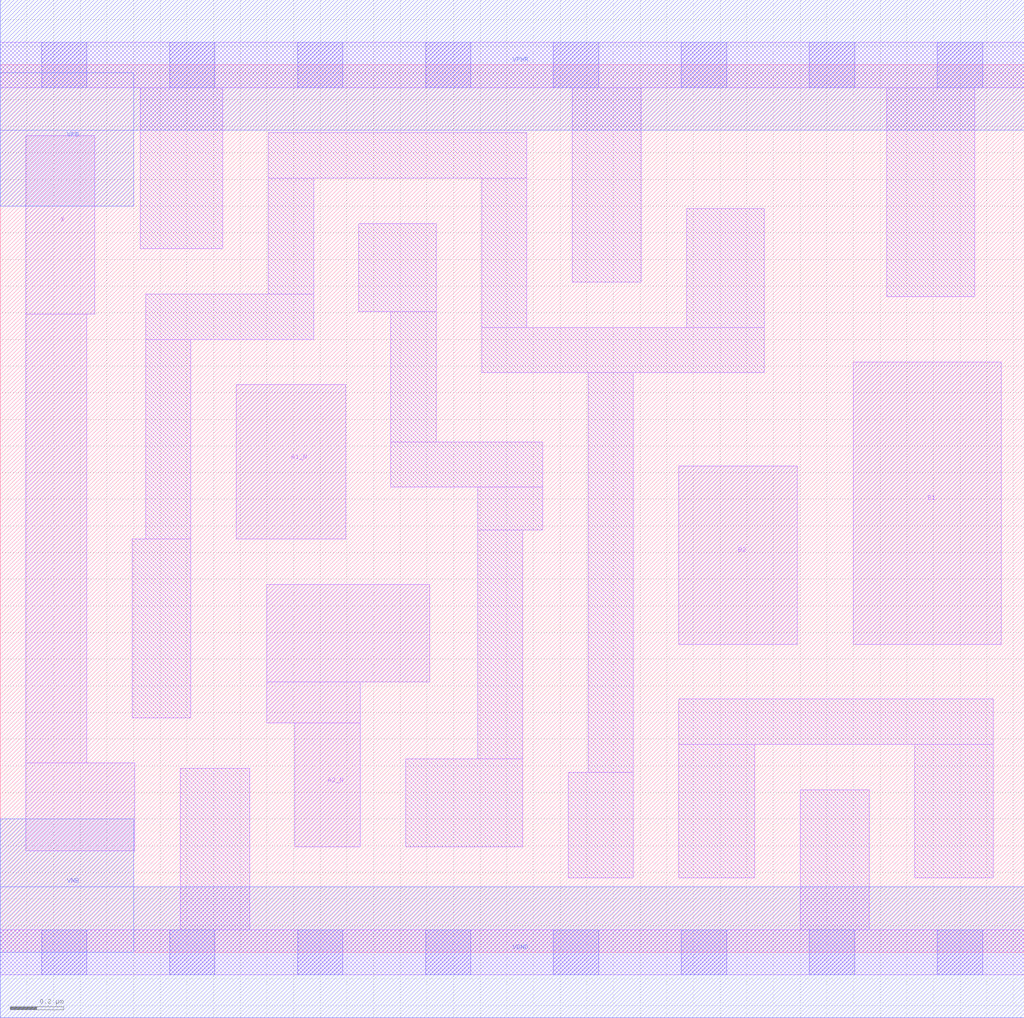
<source format=lef>
# Copyright 2020 The SkyWater PDK Authors
#
# Licensed under the Apache License, Version 2.0 (the "License");
# you may not use this file except in compliance with the License.
# You may obtain a copy of the License at
#
#     https://www.apache.org/licenses/LICENSE-2.0
#
# Unless required by applicable law or agreed to in writing, software
# distributed under the License is distributed on an "AS IS" BASIS,
# WITHOUT WARRANTIES OR CONDITIONS OF ANY KIND, either express or implied.
# See the License for the specific language governing permissions and
# limitations under the License.
#
# SPDX-License-Identifier: Apache-2.0

VERSION 5.5 ;
NAMESCASESENSITIVE ON ;
BUSBITCHARS "[]" ;
DIVIDERCHAR "/" ;
MACRO sky130_fd_sc_lp__o2bb2a_0
  CLASS CORE ;
  SOURCE USER ;
  ORIGIN  0.000000  0.000000 ;
  SIZE  3.840000 BY  3.330000 ;
  SYMMETRY X Y R90 ;
  SITE unit ;
  PIN A1_N
    ANTENNAGATEAREA  0.126000 ;
    DIRECTION INPUT ;
    USE SIGNAL ;
    PORT
      LAYER li1 ;
        RECT 0.885000 1.550000 1.295000 2.130000 ;
    END
  END A1_N
  PIN A2_N
    ANTENNAGATEAREA  0.126000 ;
    DIRECTION INPUT ;
    USE SIGNAL ;
    PORT
      LAYER li1 ;
        RECT 1.000000 0.860000 1.350000 1.015000 ;
        RECT 1.000000 1.015000 1.610000 1.380000 ;
        RECT 1.105000 0.395000 1.350000 0.860000 ;
    END
  END A2_N
  PIN B1
    ANTENNAGATEAREA  0.126000 ;
    DIRECTION INPUT ;
    USE SIGNAL ;
    PORT
      LAYER li1 ;
        RECT 3.200000 1.155000 3.755000 2.215000 ;
    END
  END B1
  PIN B2
    ANTENNAGATEAREA  0.126000 ;
    DIRECTION INPUT ;
    USE SIGNAL ;
    PORT
      LAYER li1 ;
        RECT 2.545000 1.155000 2.990000 1.825000 ;
    END
  END B2
  PIN X
    ANTENNADIFFAREA  0.280900 ;
    DIRECTION OUTPUT ;
    USE SIGNAL ;
    PORT
      LAYER li1 ;
        RECT 0.095000 0.380000 0.505000 0.710000 ;
        RECT 0.095000 0.710000 0.325000 2.395000 ;
        RECT 0.095000 2.395000 0.355000 3.065000 ;
    END
  END X
  PIN VGND
    DIRECTION INOUT ;
    USE GROUND ;
    PORT
      LAYER met1 ;
        RECT 0.000000 -0.245000 3.840000 0.245000 ;
    END
  END VGND
  PIN VNB
    DIRECTION INOUT ;
    USE GROUND ;
    PORT
      LAYER met1 ;
        RECT 0.000000 0.000000 0.500000 0.500000 ;
    END
  END VNB
  PIN VPB
    DIRECTION INOUT ;
    USE POWER ;
    PORT
      LAYER met1 ;
        RECT 0.000000 2.800000 0.500000 3.300000 ;
    END
  END VPB
  PIN VPWR
    DIRECTION INOUT ;
    USE POWER ;
    PORT
      LAYER met1 ;
        RECT 0.000000 3.085000 3.840000 3.575000 ;
    END
  END VPWR
  OBS
    LAYER li1 ;
      RECT 0.000000 -0.085000 3.840000 0.085000 ;
      RECT 0.000000  3.245000 3.840000 3.415000 ;
      RECT 0.495000  0.880000 0.715000 1.550000 ;
      RECT 0.525000  2.640000 0.835000 3.245000 ;
      RECT 0.545000  1.550000 0.715000 2.300000 ;
      RECT 0.545000  2.300000 1.175000 2.470000 ;
      RECT 0.675000  0.085000 0.935000 0.690000 ;
      RECT 1.005000  2.470000 1.175000 2.905000 ;
      RECT 1.005000  2.905000 1.975000 3.075000 ;
      RECT 1.345000  2.405000 1.635000 2.735000 ;
      RECT 1.465000  1.745000 2.035000 1.915000 ;
      RECT 1.465000  1.915000 1.635000 2.405000 ;
      RECT 1.520000  0.395000 1.960000 0.725000 ;
      RECT 1.790000  0.725000 1.960000 1.585000 ;
      RECT 1.790000  1.585000 2.035000 1.745000 ;
      RECT 1.805000  2.175000 2.865000 2.345000 ;
      RECT 1.805000  2.345000 1.975000 2.905000 ;
      RECT 2.130000  0.280000 2.375000 0.675000 ;
      RECT 2.145000  2.515000 2.405000 3.245000 ;
      RECT 2.205000  0.675000 2.375000 2.175000 ;
      RECT 2.545000  0.280000 2.830000 0.780000 ;
      RECT 2.545000  0.780000 3.725000 0.950000 ;
      RECT 2.575000  2.345000 2.865000 2.790000 ;
      RECT 3.000000  0.085000 3.260000 0.610000 ;
      RECT 3.325000  2.460000 3.655000 3.245000 ;
      RECT 3.430000  0.280000 3.725000 0.780000 ;
    LAYER mcon ;
      RECT 0.155000 -0.085000 0.325000 0.085000 ;
      RECT 0.155000  3.245000 0.325000 3.415000 ;
      RECT 0.635000 -0.085000 0.805000 0.085000 ;
      RECT 0.635000  3.245000 0.805000 3.415000 ;
      RECT 1.115000 -0.085000 1.285000 0.085000 ;
      RECT 1.115000  3.245000 1.285000 3.415000 ;
      RECT 1.595000 -0.085000 1.765000 0.085000 ;
      RECT 1.595000  3.245000 1.765000 3.415000 ;
      RECT 2.075000 -0.085000 2.245000 0.085000 ;
      RECT 2.075000  3.245000 2.245000 3.415000 ;
      RECT 2.555000 -0.085000 2.725000 0.085000 ;
      RECT 2.555000  3.245000 2.725000 3.415000 ;
      RECT 3.035000 -0.085000 3.205000 0.085000 ;
      RECT 3.035000  3.245000 3.205000 3.415000 ;
      RECT 3.515000 -0.085000 3.685000 0.085000 ;
      RECT 3.515000  3.245000 3.685000 3.415000 ;
  END
END sky130_fd_sc_lp__o2bb2a_0

</source>
